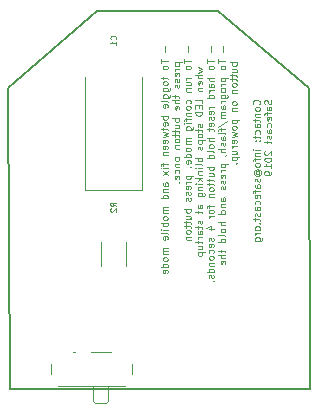
<source format=gbo>
%TF.GenerationSoftware,KiCad,Pcbnew,(5.1.0-511-gbeef7c9f2)*%
%TF.CreationDate,2019-05-09T19:05:29+09:00*%
%TF.ProjectId,xbee,78626565-2e6b-4696-9361-645f70636258,rev?*%
%TF.SameCoordinates,Original*%
%TF.FileFunction,Legend,Bot*%
%TF.FilePolarity,Positive*%
%FSLAX46Y46*%
G04 Gerber Fmt 4.6, Leading zero omitted, Abs format (unit mm)*
G04 Created by KiCad (PCBNEW (5.1.0-511-gbeef7c9f2)) date 2019-05-09 19:05:29*
%MOMM*%
%LPD*%
G04 APERTURE LIST*
%ADD10C,0.075000*%
%ADD11C,0.150000*%
%ADD12C,0.120000*%
%ADD13C,0.070000*%
G04 APERTURE END LIST*
D10*
X149005357Y-93241607D02*
X149005357Y-93698750D01*
X148633928Y-94355892D02*
X148633928Y-94698750D01*
X149233928Y-94527321D02*
X148633928Y-94527321D01*
X149233928Y-94984464D02*
X149205357Y-94927321D01*
X149176785Y-94898750D01*
X149119642Y-94870178D01*
X148948214Y-94870178D01*
X148891071Y-94898750D01*
X148862500Y-94927321D01*
X148833928Y-94984464D01*
X148833928Y-95070178D01*
X148862500Y-95127321D01*
X148891071Y-95155892D01*
X148948214Y-95184464D01*
X149119642Y-95184464D01*
X149176785Y-95155892D01*
X149205357Y-95127321D01*
X149233928Y-95070178D01*
X149233928Y-94984464D01*
X148833928Y-95813035D02*
X148833928Y-96041607D01*
X148633928Y-95898750D02*
X149148214Y-95898750D01*
X149205357Y-95927321D01*
X149233928Y-95984464D01*
X149233928Y-96041607D01*
X149233928Y-96327321D02*
X149205357Y-96270178D01*
X149176785Y-96241607D01*
X149119642Y-96213035D01*
X148948214Y-96213035D01*
X148891071Y-96241607D01*
X148862500Y-96270178D01*
X148833928Y-96327321D01*
X148833928Y-96413035D01*
X148862500Y-96470178D01*
X148891071Y-96498750D01*
X148948214Y-96527321D01*
X149119642Y-96527321D01*
X149176785Y-96498750D01*
X149205357Y-96470178D01*
X149233928Y-96413035D01*
X149233928Y-96327321D01*
X148833928Y-97041607D02*
X149319642Y-97041607D01*
X149376785Y-97013035D01*
X149405357Y-96984464D01*
X149433928Y-96927321D01*
X149433928Y-96841607D01*
X149405357Y-96784464D01*
X149205357Y-97041607D02*
X149233928Y-96984464D01*
X149233928Y-96870178D01*
X149205357Y-96813035D01*
X149176785Y-96784464D01*
X149119642Y-96755892D01*
X148948214Y-96755892D01*
X148891071Y-96784464D01*
X148862500Y-96813035D01*
X148833928Y-96870178D01*
X148833928Y-96984464D01*
X148862500Y-97041607D01*
X148833928Y-97584464D02*
X149319642Y-97584464D01*
X149376785Y-97555892D01*
X149405357Y-97527321D01*
X149433928Y-97470178D01*
X149433928Y-97384464D01*
X149405357Y-97327321D01*
X149205357Y-97584464D02*
X149233928Y-97527321D01*
X149233928Y-97413035D01*
X149205357Y-97355892D01*
X149176785Y-97327321D01*
X149119642Y-97298750D01*
X148948214Y-97298750D01*
X148891071Y-97327321D01*
X148862500Y-97355892D01*
X148833928Y-97413035D01*
X148833928Y-97527321D01*
X148862500Y-97584464D01*
X149233928Y-97955892D02*
X149205357Y-97898750D01*
X149148214Y-97870178D01*
X148633928Y-97870178D01*
X149205357Y-98413035D02*
X149233928Y-98355892D01*
X149233928Y-98241607D01*
X149205357Y-98184464D01*
X149148214Y-98155892D01*
X148919642Y-98155892D01*
X148862500Y-98184464D01*
X148833928Y-98241607D01*
X148833928Y-98355892D01*
X148862500Y-98413035D01*
X148919642Y-98441607D01*
X148976785Y-98441607D01*
X149033928Y-98155892D01*
X149233928Y-99155892D02*
X148633928Y-99155892D01*
X148862500Y-99155892D02*
X148833928Y-99213035D01*
X148833928Y-99327321D01*
X148862500Y-99384464D01*
X148891071Y-99413035D01*
X148948214Y-99441607D01*
X149119642Y-99441607D01*
X149176785Y-99413035D01*
X149205357Y-99384464D01*
X149233928Y-99327321D01*
X149233928Y-99213035D01*
X149205357Y-99155892D01*
X149205357Y-99927321D02*
X149233928Y-99870178D01*
X149233928Y-99755892D01*
X149205357Y-99698750D01*
X149148214Y-99670178D01*
X148919642Y-99670178D01*
X148862500Y-99698750D01*
X148833928Y-99755892D01*
X148833928Y-99870178D01*
X148862500Y-99927321D01*
X148919642Y-99955892D01*
X148976785Y-99955892D01*
X149033928Y-99670178D01*
X148833928Y-100127321D02*
X148833928Y-100355892D01*
X148633928Y-100213035D02*
X149148214Y-100213035D01*
X149205357Y-100241607D01*
X149233928Y-100298750D01*
X149233928Y-100355892D01*
X148833928Y-100498750D02*
X149233928Y-100613035D01*
X148948214Y-100727321D01*
X149233928Y-100841607D01*
X148833928Y-100955892D01*
X149205357Y-101413035D02*
X149233928Y-101355892D01*
X149233928Y-101241607D01*
X149205357Y-101184464D01*
X149148214Y-101155892D01*
X148919642Y-101155892D01*
X148862500Y-101184464D01*
X148833928Y-101241607D01*
X148833928Y-101355892D01*
X148862500Y-101413035D01*
X148919642Y-101441607D01*
X148976785Y-101441607D01*
X149033928Y-101155892D01*
X149205357Y-101927321D02*
X149233928Y-101870178D01*
X149233928Y-101755892D01*
X149205357Y-101698750D01*
X149148214Y-101670178D01*
X148919642Y-101670178D01*
X148862500Y-101698750D01*
X148833928Y-101755892D01*
X148833928Y-101870178D01*
X148862500Y-101927321D01*
X148919642Y-101955892D01*
X148976785Y-101955892D01*
X149033928Y-101670178D01*
X148833928Y-102213035D02*
X149233928Y-102213035D01*
X148891071Y-102213035D02*
X148862500Y-102241607D01*
X148833928Y-102298750D01*
X148833928Y-102384464D01*
X148862500Y-102441607D01*
X148919642Y-102470178D01*
X149233928Y-102470178D01*
X148833928Y-103127321D02*
X148833928Y-103355892D01*
X149233928Y-103213035D02*
X148719642Y-103213035D01*
X148662500Y-103241607D01*
X148633928Y-103298750D01*
X148633928Y-103355892D01*
X149233928Y-103555892D02*
X148833928Y-103555892D01*
X148633928Y-103555892D02*
X148662500Y-103527321D01*
X148691071Y-103555892D01*
X148662500Y-103584464D01*
X148633928Y-103555892D01*
X148691071Y-103555892D01*
X149233928Y-103784464D02*
X148833928Y-104098750D01*
X148833928Y-103784464D02*
X149233928Y-104098750D01*
X149233928Y-105041607D02*
X148919642Y-105041607D01*
X148862500Y-105013035D01*
X148833928Y-104955892D01*
X148833928Y-104841607D01*
X148862500Y-104784464D01*
X149205357Y-105041607D02*
X149233928Y-104984464D01*
X149233928Y-104841607D01*
X149205357Y-104784464D01*
X149148214Y-104755892D01*
X149091071Y-104755892D01*
X149033928Y-104784464D01*
X149005357Y-104841607D01*
X149005357Y-104984464D01*
X148976785Y-105041607D01*
X148833928Y-105327321D02*
X149233928Y-105327321D01*
X148891071Y-105327321D02*
X148862500Y-105355892D01*
X148833928Y-105413035D01*
X148833928Y-105498750D01*
X148862500Y-105555892D01*
X148919642Y-105584464D01*
X149233928Y-105584464D01*
X149233928Y-106127321D02*
X148633928Y-106127321D01*
X149205357Y-106127321D02*
X149233928Y-106070178D01*
X149233928Y-105955892D01*
X149205357Y-105898750D01*
X149176785Y-105870178D01*
X149119642Y-105841607D01*
X148948214Y-105841607D01*
X148891071Y-105870178D01*
X148862500Y-105898750D01*
X148833928Y-105955892D01*
X148833928Y-106070178D01*
X148862500Y-106127321D01*
X149233928Y-106870178D02*
X148833928Y-106870178D01*
X148891071Y-106870178D02*
X148862500Y-106898750D01*
X148833928Y-106955892D01*
X148833928Y-107041607D01*
X148862500Y-107098750D01*
X148919642Y-107127321D01*
X149233928Y-107127321D01*
X148919642Y-107127321D02*
X148862500Y-107155892D01*
X148833928Y-107213035D01*
X148833928Y-107298750D01*
X148862500Y-107355892D01*
X148919642Y-107384464D01*
X149233928Y-107384464D01*
X149233928Y-107755892D02*
X149205357Y-107698750D01*
X149176785Y-107670178D01*
X149119642Y-107641607D01*
X148948214Y-107641607D01*
X148891071Y-107670178D01*
X148862500Y-107698750D01*
X148833928Y-107755892D01*
X148833928Y-107841607D01*
X148862500Y-107898750D01*
X148891071Y-107927321D01*
X148948214Y-107955892D01*
X149119642Y-107955892D01*
X149176785Y-107927321D01*
X149205357Y-107898750D01*
X149233928Y-107841607D01*
X149233928Y-107755892D01*
X149233928Y-108213035D02*
X148633928Y-108213035D01*
X148862500Y-108213035D02*
X148833928Y-108270178D01*
X148833928Y-108384464D01*
X148862500Y-108441607D01*
X148891071Y-108470178D01*
X148948214Y-108498750D01*
X149119642Y-108498750D01*
X149176785Y-108470178D01*
X149205357Y-108441607D01*
X149233928Y-108384464D01*
X149233928Y-108270178D01*
X149205357Y-108213035D01*
X149233928Y-108755892D02*
X148833928Y-108755892D01*
X148633928Y-108755892D02*
X148662500Y-108727321D01*
X148691071Y-108755892D01*
X148662500Y-108784464D01*
X148633928Y-108755892D01*
X148691071Y-108755892D01*
X149233928Y-109127321D02*
X149205357Y-109070178D01*
X149148214Y-109041607D01*
X148633928Y-109041607D01*
X149205357Y-109584464D02*
X149233928Y-109527321D01*
X149233928Y-109413035D01*
X149205357Y-109355892D01*
X149148214Y-109327321D01*
X148919642Y-109327321D01*
X148862500Y-109355892D01*
X148833928Y-109413035D01*
X148833928Y-109527321D01*
X148862500Y-109584464D01*
X148919642Y-109613035D01*
X148976785Y-109613035D01*
X149033928Y-109327321D01*
X149233928Y-110327321D02*
X148833928Y-110327321D01*
X148891071Y-110327321D02*
X148862500Y-110355892D01*
X148833928Y-110413035D01*
X148833928Y-110498750D01*
X148862500Y-110555892D01*
X148919642Y-110584464D01*
X149233928Y-110584464D01*
X148919642Y-110584464D02*
X148862500Y-110613035D01*
X148833928Y-110670178D01*
X148833928Y-110755892D01*
X148862500Y-110813035D01*
X148919642Y-110841607D01*
X149233928Y-110841607D01*
X149233928Y-111213035D02*
X149205357Y-111155892D01*
X149176785Y-111127321D01*
X149119642Y-111098750D01*
X148948214Y-111098750D01*
X148891071Y-111127321D01*
X148862500Y-111155892D01*
X148833928Y-111213035D01*
X148833928Y-111298750D01*
X148862500Y-111355892D01*
X148891071Y-111384464D01*
X148948214Y-111413035D01*
X149119642Y-111413035D01*
X149176785Y-111384464D01*
X149205357Y-111355892D01*
X149233928Y-111298750D01*
X149233928Y-111213035D01*
X149233928Y-111927321D02*
X148633928Y-111927321D01*
X149205357Y-111927321D02*
X149233928Y-111870178D01*
X149233928Y-111755892D01*
X149205357Y-111698750D01*
X149176785Y-111670178D01*
X149119642Y-111641607D01*
X148948214Y-111641607D01*
X148891071Y-111670178D01*
X148862500Y-111698750D01*
X148833928Y-111755892D01*
X148833928Y-111870178D01*
X148862500Y-111927321D01*
X149205357Y-112441607D02*
X149233928Y-112384464D01*
X149233928Y-112270178D01*
X149205357Y-112213035D01*
X149148214Y-112184464D01*
X148919642Y-112184464D01*
X148862500Y-112213035D01*
X148833928Y-112270178D01*
X148833928Y-112384464D01*
X148862500Y-112441607D01*
X148919642Y-112470178D01*
X148976785Y-112470178D01*
X149033928Y-112184464D01*
X149808928Y-94613035D02*
X150408928Y-94613035D01*
X149837500Y-94613035D02*
X149808928Y-94670178D01*
X149808928Y-94784464D01*
X149837500Y-94841607D01*
X149866071Y-94870178D01*
X149923214Y-94898750D01*
X150094642Y-94898750D01*
X150151785Y-94870178D01*
X150180357Y-94841607D01*
X150208928Y-94784464D01*
X150208928Y-94670178D01*
X150180357Y-94613035D01*
X150208928Y-95155892D02*
X149808928Y-95155892D01*
X149923214Y-95155892D02*
X149866071Y-95184464D01*
X149837500Y-95213035D01*
X149808928Y-95270178D01*
X149808928Y-95327321D01*
X150180357Y-95755892D02*
X150208928Y-95698750D01*
X150208928Y-95584464D01*
X150180357Y-95527321D01*
X150123214Y-95498750D01*
X149894642Y-95498750D01*
X149837500Y-95527321D01*
X149808928Y-95584464D01*
X149808928Y-95698750D01*
X149837500Y-95755892D01*
X149894642Y-95784464D01*
X149951785Y-95784464D01*
X150008928Y-95498750D01*
X150180357Y-96013035D02*
X150208928Y-96070178D01*
X150208928Y-96184464D01*
X150180357Y-96241607D01*
X150123214Y-96270178D01*
X150094642Y-96270178D01*
X150037500Y-96241607D01*
X150008928Y-96184464D01*
X150008928Y-96098750D01*
X149980357Y-96041607D01*
X149923214Y-96013035D01*
X149894642Y-96013035D01*
X149837500Y-96041607D01*
X149808928Y-96098750D01*
X149808928Y-96184464D01*
X149837500Y-96241607D01*
X150180357Y-96498750D02*
X150208928Y-96555892D01*
X150208928Y-96670178D01*
X150180357Y-96727321D01*
X150123214Y-96755892D01*
X150094642Y-96755892D01*
X150037500Y-96727321D01*
X150008928Y-96670178D01*
X150008928Y-96584464D01*
X149980357Y-96527321D01*
X149923214Y-96498750D01*
X149894642Y-96498750D01*
X149837500Y-96527321D01*
X149808928Y-96584464D01*
X149808928Y-96670178D01*
X149837500Y-96727321D01*
X149808928Y-97384464D02*
X149808928Y-97613035D01*
X149608928Y-97470178D02*
X150123214Y-97470178D01*
X150180357Y-97498750D01*
X150208928Y-97555892D01*
X150208928Y-97613035D01*
X150208928Y-97813035D02*
X149608928Y-97813035D01*
X150208928Y-98070178D02*
X149894642Y-98070178D01*
X149837500Y-98041607D01*
X149808928Y-97984464D01*
X149808928Y-97898750D01*
X149837500Y-97841607D01*
X149866071Y-97813035D01*
X150180357Y-98584464D02*
X150208928Y-98527321D01*
X150208928Y-98413035D01*
X150180357Y-98355892D01*
X150123214Y-98327321D01*
X149894642Y-98327321D01*
X149837500Y-98355892D01*
X149808928Y-98413035D01*
X149808928Y-98527321D01*
X149837500Y-98584464D01*
X149894642Y-98613035D01*
X149951785Y-98613035D01*
X150008928Y-98327321D01*
X150208928Y-99327321D02*
X149608928Y-99327321D01*
X149837500Y-99327321D02*
X149808928Y-99384464D01*
X149808928Y-99498750D01*
X149837500Y-99555892D01*
X149866071Y-99584464D01*
X149923214Y-99613035D01*
X150094642Y-99613035D01*
X150151785Y-99584464D01*
X150180357Y-99555892D01*
X150208928Y-99498750D01*
X150208928Y-99384464D01*
X150180357Y-99327321D01*
X149808928Y-100127321D02*
X150208928Y-100127321D01*
X149808928Y-99870178D02*
X150123214Y-99870178D01*
X150180357Y-99898750D01*
X150208928Y-99955892D01*
X150208928Y-100041607D01*
X150180357Y-100098750D01*
X150151785Y-100127321D01*
X149808928Y-100327321D02*
X149808928Y-100555892D01*
X149608928Y-100413035D02*
X150123214Y-100413035D01*
X150180357Y-100441607D01*
X150208928Y-100498750D01*
X150208928Y-100555892D01*
X149808928Y-100670178D02*
X149808928Y-100898750D01*
X149608928Y-100755892D02*
X150123214Y-100755892D01*
X150180357Y-100784464D01*
X150208928Y-100841607D01*
X150208928Y-100898750D01*
X150208928Y-101184464D02*
X150180357Y-101127321D01*
X150151785Y-101098750D01*
X150094642Y-101070178D01*
X149923214Y-101070178D01*
X149866071Y-101098750D01*
X149837500Y-101127321D01*
X149808928Y-101184464D01*
X149808928Y-101270178D01*
X149837500Y-101327321D01*
X149866071Y-101355892D01*
X149923214Y-101384464D01*
X150094642Y-101384464D01*
X150151785Y-101355892D01*
X150180357Y-101327321D01*
X150208928Y-101270178D01*
X150208928Y-101184464D01*
X149808928Y-101641607D02*
X150208928Y-101641607D01*
X149866071Y-101641607D02*
X149837500Y-101670178D01*
X149808928Y-101727321D01*
X149808928Y-101813035D01*
X149837500Y-101870178D01*
X149894642Y-101898750D01*
X150208928Y-101898750D01*
X150208928Y-102727321D02*
X150180357Y-102670178D01*
X150151785Y-102641607D01*
X150094642Y-102613035D01*
X149923214Y-102613035D01*
X149866071Y-102641607D01*
X149837500Y-102670178D01*
X149808928Y-102727321D01*
X149808928Y-102813035D01*
X149837500Y-102870178D01*
X149866071Y-102898750D01*
X149923214Y-102927321D01*
X150094642Y-102927321D01*
X150151785Y-102898750D01*
X150180357Y-102870178D01*
X150208928Y-102813035D01*
X150208928Y-102727321D01*
X149808928Y-103184464D02*
X150208928Y-103184464D01*
X149866071Y-103184464D02*
X149837500Y-103213035D01*
X149808928Y-103270178D01*
X149808928Y-103355892D01*
X149837500Y-103413035D01*
X149894642Y-103441607D01*
X150208928Y-103441607D01*
X150180357Y-103984464D02*
X150208928Y-103927321D01*
X150208928Y-103813035D01*
X150180357Y-103755892D01*
X150151785Y-103727321D01*
X150094642Y-103698750D01*
X149923214Y-103698750D01*
X149866071Y-103727321D01*
X149837500Y-103755892D01*
X149808928Y-103813035D01*
X149808928Y-103927321D01*
X149837500Y-103984464D01*
X150180357Y-104470178D02*
X150208928Y-104413035D01*
X150208928Y-104298750D01*
X150180357Y-104241607D01*
X150123214Y-104213035D01*
X149894642Y-104213035D01*
X149837500Y-104241607D01*
X149808928Y-104298750D01*
X149808928Y-104413035D01*
X149837500Y-104470178D01*
X149894642Y-104498750D01*
X149951785Y-104498750D01*
X150008928Y-104213035D01*
X150151785Y-104755892D02*
X150180357Y-104784464D01*
X150208928Y-104755892D01*
X150180357Y-104727321D01*
X150151785Y-104755892D01*
X150208928Y-104755892D01*
X150955357Y-93241607D02*
X150955357Y-93698750D01*
X150583928Y-94355892D02*
X150583928Y-94698750D01*
X151183928Y-94527321D02*
X150583928Y-94527321D01*
X151183928Y-94984464D02*
X151155357Y-94927321D01*
X151126785Y-94898750D01*
X151069642Y-94870178D01*
X150898214Y-94870178D01*
X150841071Y-94898750D01*
X150812500Y-94927321D01*
X150783928Y-94984464D01*
X150783928Y-95070178D01*
X150812500Y-95127321D01*
X150841071Y-95155892D01*
X150898214Y-95184464D01*
X151069642Y-95184464D01*
X151126785Y-95155892D01*
X151155357Y-95127321D01*
X151183928Y-95070178D01*
X151183928Y-94984464D01*
X151183928Y-95898750D02*
X150783928Y-95898750D01*
X150898214Y-95898750D02*
X150841071Y-95927321D01*
X150812500Y-95955892D01*
X150783928Y-96013035D01*
X150783928Y-96070178D01*
X150783928Y-96527321D02*
X151183928Y-96527321D01*
X150783928Y-96270178D02*
X151098214Y-96270178D01*
X151155357Y-96298750D01*
X151183928Y-96355892D01*
X151183928Y-96441607D01*
X151155357Y-96498750D01*
X151126785Y-96527321D01*
X150783928Y-96813035D02*
X151183928Y-96813035D01*
X150841071Y-96813035D02*
X150812500Y-96841607D01*
X150783928Y-96898750D01*
X150783928Y-96984464D01*
X150812500Y-97041607D01*
X150869642Y-97070178D01*
X151183928Y-97070178D01*
X151155357Y-98070178D02*
X151183928Y-98013035D01*
X151183928Y-97898750D01*
X151155357Y-97841607D01*
X151126785Y-97813035D01*
X151069642Y-97784464D01*
X150898214Y-97784464D01*
X150841071Y-97813035D01*
X150812500Y-97841607D01*
X150783928Y-97898750D01*
X150783928Y-98013035D01*
X150812500Y-98070178D01*
X151183928Y-98413035D02*
X151155357Y-98355892D01*
X151126785Y-98327321D01*
X151069642Y-98298750D01*
X150898214Y-98298750D01*
X150841071Y-98327321D01*
X150812500Y-98355892D01*
X150783928Y-98413035D01*
X150783928Y-98498750D01*
X150812500Y-98555892D01*
X150841071Y-98584464D01*
X150898214Y-98613035D01*
X151069642Y-98613035D01*
X151126785Y-98584464D01*
X151155357Y-98555892D01*
X151183928Y-98498750D01*
X151183928Y-98413035D01*
X150783928Y-98870178D02*
X151183928Y-98870178D01*
X150841071Y-98870178D02*
X150812500Y-98898750D01*
X150783928Y-98955892D01*
X150783928Y-99041607D01*
X150812500Y-99098750D01*
X150869642Y-99127321D01*
X151183928Y-99127321D01*
X150783928Y-99327321D02*
X150783928Y-99555892D01*
X151183928Y-99413035D02*
X150669642Y-99413035D01*
X150612500Y-99441607D01*
X150583928Y-99498750D01*
X150583928Y-99555892D01*
X151183928Y-99755892D02*
X150783928Y-99755892D01*
X150583928Y-99755892D02*
X150612500Y-99727321D01*
X150641071Y-99755892D01*
X150612500Y-99784464D01*
X150583928Y-99755892D01*
X150641071Y-99755892D01*
X150783928Y-100298750D02*
X151269642Y-100298750D01*
X151326785Y-100270178D01*
X151355357Y-100241607D01*
X151383928Y-100184464D01*
X151383928Y-100098750D01*
X151355357Y-100041607D01*
X151155357Y-100298750D02*
X151183928Y-100241607D01*
X151183928Y-100127321D01*
X151155357Y-100070178D01*
X151126785Y-100041607D01*
X151069642Y-100013035D01*
X150898214Y-100013035D01*
X150841071Y-100041607D01*
X150812500Y-100070178D01*
X150783928Y-100127321D01*
X150783928Y-100241607D01*
X150812500Y-100298750D01*
X151183928Y-101041607D02*
X150783928Y-101041607D01*
X150841071Y-101041607D02*
X150812500Y-101070178D01*
X150783928Y-101127321D01*
X150783928Y-101213035D01*
X150812500Y-101270178D01*
X150869642Y-101298750D01*
X151183928Y-101298750D01*
X150869642Y-101298750D02*
X150812500Y-101327321D01*
X150783928Y-101384464D01*
X150783928Y-101470178D01*
X150812500Y-101527321D01*
X150869642Y-101555892D01*
X151183928Y-101555892D01*
X151183928Y-101927321D02*
X151155357Y-101870178D01*
X151126785Y-101841607D01*
X151069642Y-101813035D01*
X150898214Y-101813035D01*
X150841071Y-101841607D01*
X150812500Y-101870178D01*
X150783928Y-101927321D01*
X150783928Y-102013035D01*
X150812500Y-102070178D01*
X150841071Y-102098750D01*
X150898214Y-102127321D01*
X151069642Y-102127321D01*
X151126785Y-102098750D01*
X151155357Y-102070178D01*
X151183928Y-102013035D01*
X151183928Y-101927321D01*
X151183928Y-102641607D02*
X150583928Y-102641607D01*
X151155357Y-102641607D02*
X151183928Y-102584464D01*
X151183928Y-102470178D01*
X151155357Y-102413035D01*
X151126785Y-102384464D01*
X151069642Y-102355892D01*
X150898214Y-102355892D01*
X150841071Y-102384464D01*
X150812500Y-102413035D01*
X150783928Y-102470178D01*
X150783928Y-102584464D01*
X150812500Y-102641607D01*
X151155357Y-103155892D02*
X151183928Y-103098750D01*
X151183928Y-102984464D01*
X151155357Y-102927321D01*
X151098214Y-102898750D01*
X150869642Y-102898750D01*
X150812500Y-102927321D01*
X150783928Y-102984464D01*
X150783928Y-103098750D01*
X150812500Y-103155892D01*
X150869642Y-103184464D01*
X150926785Y-103184464D01*
X150983928Y-102898750D01*
X151155357Y-103470178D02*
X151183928Y-103470178D01*
X151241071Y-103441607D01*
X151269642Y-103413035D01*
X150783928Y-104184464D02*
X151383928Y-104184464D01*
X150812500Y-104184464D02*
X150783928Y-104241607D01*
X150783928Y-104355892D01*
X150812500Y-104413035D01*
X150841071Y-104441607D01*
X150898214Y-104470178D01*
X151069642Y-104470178D01*
X151126785Y-104441607D01*
X151155357Y-104413035D01*
X151183928Y-104355892D01*
X151183928Y-104241607D01*
X151155357Y-104184464D01*
X151183928Y-104727321D02*
X150783928Y-104727321D01*
X150898214Y-104727321D02*
X150841071Y-104755892D01*
X150812500Y-104784464D01*
X150783928Y-104841607D01*
X150783928Y-104898750D01*
X151155357Y-105327321D02*
X151183928Y-105270178D01*
X151183928Y-105155892D01*
X151155357Y-105098750D01*
X151098214Y-105070178D01*
X150869642Y-105070178D01*
X150812500Y-105098750D01*
X150783928Y-105155892D01*
X150783928Y-105270178D01*
X150812500Y-105327321D01*
X150869642Y-105355892D01*
X150926785Y-105355892D01*
X150983928Y-105070178D01*
X151155357Y-105584464D02*
X151183928Y-105641607D01*
X151183928Y-105755892D01*
X151155357Y-105813035D01*
X151098214Y-105841607D01*
X151069642Y-105841607D01*
X151012500Y-105813035D01*
X150983928Y-105755892D01*
X150983928Y-105670178D01*
X150955357Y-105613035D01*
X150898214Y-105584464D01*
X150869642Y-105584464D01*
X150812500Y-105613035D01*
X150783928Y-105670178D01*
X150783928Y-105755892D01*
X150812500Y-105813035D01*
X151155357Y-106070178D02*
X151183928Y-106127321D01*
X151183928Y-106241607D01*
X151155357Y-106298750D01*
X151098214Y-106327321D01*
X151069642Y-106327321D01*
X151012500Y-106298750D01*
X150983928Y-106241607D01*
X150983928Y-106155892D01*
X150955357Y-106098750D01*
X150898214Y-106070178D01*
X150869642Y-106070178D01*
X150812500Y-106098750D01*
X150783928Y-106155892D01*
X150783928Y-106241607D01*
X150812500Y-106298750D01*
X151183928Y-107041607D02*
X150583928Y-107041607D01*
X150812500Y-107041607D02*
X150783928Y-107098750D01*
X150783928Y-107213035D01*
X150812500Y-107270178D01*
X150841071Y-107298750D01*
X150898214Y-107327321D01*
X151069642Y-107327321D01*
X151126785Y-107298750D01*
X151155357Y-107270178D01*
X151183928Y-107213035D01*
X151183928Y-107098750D01*
X151155357Y-107041607D01*
X150783928Y-107841607D02*
X151183928Y-107841607D01*
X150783928Y-107584464D02*
X151098214Y-107584464D01*
X151155357Y-107613035D01*
X151183928Y-107670178D01*
X151183928Y-107755892D01*
X151155357Y-107813035D01*
X151126785Y-107841607D01*
X150783928Y-108041607D02*
X150783928Y-108270178D01*
X150583928Y-108127321D02*
X151098214Y-108127321D01*
X151155357Y-108155892D01*
X151183928Y-108213035D01*
X151183928Y-108270178D01*
X150783928Y-108384464D02*
X150783928Y-108613035D01*
X150583928Y-108470178D02*
X151098214Y-108470178D01*
X151155357Y-108498750D01*
X151183928Y-108555892D01*
X151183928Y-108613035D01*
X151183928Y-108898750D02*
X151155357Y-108841607D01*
X151126785Y-108813035D01*
X151069642Y-108784464D01*
X150898214Y-108784464D01*
X150841071Y-108813035D01*
X150812500Y-108841607D01*
X150783928Y-108898750D01*
X150783928Y-108984464D01*
X150812500Y-109041607D01*
X150841071Y-109070178D01*
X150898214Y-109098750D01*
X151069642Y-109098750D01*
X151126785Y-109070178D01*
X151155357Y-109041607D01*
X151183928Y-108984464D01*
X151183928Y-108898750D01*
X150783928Y-109355892D02*
X151183928Y-109355892D01*
X150841071Y-109355892D02*
X150812500Y-109384464D01*
X150783928Y-109441607D01*
X150783928Y-109527321D01*
X150812500Y-109584464D01*
X150869642Y-109613035D01*
X151183928Y-109613035D01*
X151758928Y-95013035D02*
X152158928Y-95127321D01*
X151873214Y-95241607D01*
X152158928Y-95355892D01*
X151758928Y-95470178D01*
X152158928Y-95698750D02*
X151558928Y-95698750D01*
X152158928Y-95955892D02*
X151844642Y-95955892D01*
X151787500Y-95927321D01*
X151758928Y-95870178D01*
X151758928Y-95784464D01*
X151787500Y-95727321D01*
X151816071Y-95698750D01*
X152130357Y-96470178D02*
X152158928Y-96413035D01*
X152158928Y-96298750D01*
X152130357Y-96241607D01*
X152073214Y-96213035D01*
X151844642Y-96213035D01*
X151787500Y-96241607D01*
X151758928Y-96298750D01*
X151758928Y-96413035D01*
X151787500Y-96470178D01*
X151844642Y-96498750D01*
X151901785Y-96498750D01*
X151958928Y-96213035D01*
X151758928Y-96755892D02*
X152158928Y-96755892D01*
X151816071Y-96755892D02*
X151787500Y-96784464D01*
X151758928Y-96841607D01*
X151758928Y-96927321D01*
X151787500Y-96984464D01*
X151844642Y-97013035D01*
X152158928Y-97013035D01*
X152158928Y-98041607D02*
X152158928Y-97755892D01*
X151558928Y-97755892D01*
X151844642Y-98241607D02*
X151844642Y-98441607D01*
X152158928Y-98527321D02*
X152158928Y-98241607D01*
X151558928Y-98241607D01*
X151558928Y-98527321D01*
X152158928Y-98784464D02*
X151558928Y-98784464D01*
X151558928Y-98927321D01*
X151587500Y-99013035D01*
X151644642Y-99070178D01*
X151701785Y-99098750D01*
X151816071Y-99127321D01*
X151901785Y-99127321D01*
X152016071Y-99098750D01*
X152073214Y-99070178D01*
X152130357Y-99013035D01*
X152158928Y-98927321D01*
X152158928Y-98784464D01*
X152130357Y-99813035D02*
X152158928Y-99870178D01*
X152158928Y-99984464D01*
X152130357Y-100041607D01*
X152073214Y-100070178D01*
X152044642Y-100070178D01*
X151987500Y-100041607D01*
X151958928Y-99984464D01*
X151958928Y-99898750D01*
X151930357Y-99841607D01*
X151873214Y-99813035D01*
X151844642Y-99813035D01*
X151787500Y-99841607D01*
X151758928Y-99898750D01*
X151758928Y-99984464D01*
X151787500Y-100041607D01*
X151758928Y-100241607D02*
X151758928Y-100470178D01*
X151558928Y-100327321D02*
X152073214Y-100327321D01*
X152130357Y-100355892D01*
X152158928Y-100413035D01*
X152158928Y-100470178D01*
X152158928Y-100755892D02*
X152130357Y-100698750D01*
X152101785Y-100670178D01*
X152044642Y-100641607D01*
X151873214Y-100641607D01*
X151816071Y-100670178D01*
X151787500Y-100698750D01*
X151758928Y-100755892D01*
X151758928Y-100841607D01*
X151787500Y-100898750D01*
X151816071Y-100927321D01*
X151873214Y-100955892D01*
X152044642Y-100955892D01*
X152101785Y-100927321D01*
X152130357Y-100898750D01*
X152158928Y-100841607D01*
X152158928Y-100755892D01*
X151758928Y-101213035D02*
X152358928Y-101213035D01*
X151787500Y-101213035D02*
X151758928Y-101270178D01*
X151758928Y-101384464D01*
X151787500Y-101441607D01*
X151816071Y-101470178D01*
X151873214Y-101498750D01*
X152044642Y-101498750D01*
X152101785Y-101470178D01*
X152130357Y-101441607D01*
X152158928Y-101384464D01*
X152158928Y-101270178D01*
X152130357Y-101213035D01*
X152130357Y-101727321D02*
X152158928Y-101784464D01*
X152158928Y-101898750D01*
X152130357Y-101955892D01*
X152073214Y-101984464D01*
X152044642Y-101984464D01*
X151987500Y-101955892D01*
X151958928Y-101898750D01*
X151958928Y-101813035D01*
X151930357Y-101755892D01*
X151873214Y-101727321D01*
X151844642Y-101727321D01*
X151787500Y-101755892D01*
X151758928Y-101813035D01*
X151758928Y-101898750D01*
X151787500Y-101955892D01*
X152158928Y-102698750D02*
X151558928Y-102698750D01*
X151787500Y-102698750D02*
X151758928Y-102755892D01*
X151758928Y-102870178D01*
X151787500Y-102927321D01*
X151816071Y-102955892D01*
X151873214Y-102984464D01*
X152044642Y-102984464D01*
X152101785Y-102955892D01*
X152130357Y-102927321D01*
X152158928Y-102870178D01*
X152158928Y-102755892D01*
X152130357Y-102698750D01*
X152158928Y-103327321D02*
X152130357Y-103270178D01*
X152073214Y-103241607D01*
X151558928Y-103241607D01*
X152158928Y-103555892D02*
X151758928Y-103555892D01*
X151558928Y-103555892D02*
X151587500Y-103527321D01*
X151616071Y-103555892D01*
X151587500Y-103584464D01*
X151558928Y-103555892D01*
X151616071Y-103555892D01*
X151758928Y-103841607D02*
X152158928Y-103841607D01*
X151816071Y-103841607D02*
X151787500Y-103870178D01*
X151758928Y-103927321D01*
X151758928Y-104013035D01*
X151787500Y-104070178D01*
X151844642Y-104098750D01*
X152158928Y-104098750D01*
X152158928Y-104384464D02*
X151558928Y-104384464D01*
X151930357Y-104441607D02*
X152158928Y-104613035D01*
X151758928Y-104613035D02*
X151987500Y-104384464D01*
X152158928Y-104870178D02*
X151758928Y-104870178D01*
X151558928Y-104870178D02*
X151587500Y-104841607D01*
X151616071Y-104870178D01*
X151587500Y-104898750D01*
X151558928Y-104870178D01*
X151616071Y-104870178D01*
X151758928Y-105155892D02*
X152158928Y-105155892D01*
X151816071Y-105155892D02*
X151787500Y-105184464D01*
X151758928Y-105241607D01*
X151758928Y-105327321D01*
X151787500Y-105384464D01*
X151844642Y-105413035D01*
X152158928Y-105413035D01*
X151758928Y-105955892D02*
X152244642Y-105955892D01*
X152301785Y-105927321D01*
X152330357Y-105898750D01*
X152358928Y-105841607D01*
X152358928Y-105755892D01*
X152330357Y-105698750D01*
X152130357Y-105955892D02*
X152158928Y-105898750D01*
X152158928Y-105784464D01*
X152130357Y-105727321D01*
X152101785Y-105698750D01*
X152044642Y-105670178D01*
X151873214Y-105670178D01*
X151816071Y-105698750D01*
X151787500Y-105727321D01*
X151758928Y-105784464D01*
X151758928Y-105898750D01*
X151787500Y-105955892D01*
X152158928Y-106955892D02*
X151844642Y-106955892D01*
X151787500Y-106927321D01*
X151758928Y-106870178D01*
X151758928Y-106755892D01*
X151787500Y-106698750D01*
X152130357Y-106955892D02*
X152158928Y-106898750D01*
X152158928Y-106755892D01*
X152130357Y-106698750D01*
X152073214Y-106670178D01*
X152016071Y-106670178D01*
X151958928Y-106698750D01*
X151930357Y-106755892D01*
X151930357Y-106898750D01*
X151901785Y-106955892D01*
X151758928Y-107155892D02*
X151758928Y-107384464D01*
X151558928Y-107241607D02*
X152073214Y-107241607D01*
X152130357Y-107270178D01*
X152158928Y-107327321D01*
X152158928Y-107384464D01*
X152130357Y-108013035D02*
X152158928Y-108070178D01*
X152158928Y-108184464D01*
X152130357Y-108241607D01*
X152073214Y-108270178D01*
X152044642Y-108270178D01*
X151987500Y-108241607D01*
X151958928Y-108184464D01*
X151958928Y-108098750D01*
X151930357Y-108041607D01*
X151873214Y-108013035D01*
X151844642Y-108013035D01*
X151787500Y-108041607D01*
X151758928Y-108098750D01*
X151758928Y-108184464D01*
X151787500Y-108241607D01*
X151758928Y-108441607D02*
X151758928Y-108670178D01*
X151558928Y-108527321D02*
X152073214Y-108527321D01*
X152130357Y-108555892D01*
X152158928Y-108613035D01*
X152158928Y-108670178D01*
X152158928Y-109127321D02*
X151844642Y-109127321D01*
X151787500Y-109098750D01*
X151758928Y-109041607D01*
X151758928Y-108927321D01*
X151787500Y-108870178D01*
X152130357Y-109127321D02*
X152158928Y-109070178D01*
X152158928Y-108927321D01*
X152130357Y-108870178D01*
X152073214Y-108841607D01*
X152016071Y-108841607D01*
X151958928Y-108870178D01*
X151930357Y-108927321D01*
X151930357Y-109070178D01*
X151901785Y-109127321D01*
X152158928Y-109413035D02*
X151758928Y-109413035D01*
X151873214Y-109413035D02*
X151816071Y-109441607D01*
X151787500Y-109470178D01*
X151758928Y-109527321D01*
X151758928Y-109584464D01*
X151758928Y-109698750D02*
X151758928Y-109927321D01*
X151558928Y-109784464D02*
X152073214Y-109784464D01*
X152130357Y-109813035D01*
X152158928Y-109870178D01*
X152158928Y-109927321D01*
X151758928Y-110384464D02*
X152158928Y-110384464D01*
X151758928Y-110127321D02*
X152073214Y-110127321D01*
X152130357Y-110155892D01*
X152158928Y-110213035D01*
X152158928Y-110298750D01*
X152130357Y-110355892D01*
X152101785Y-110384464D01*
X151758928Y-110670178D02*
X152358928Y-110670178D01*
X151787500Y-110670178D02*
X151758928Y-110727321D01*
X151758928Y-110841607D01*
X151787500Y-110898750D01*
X151816071Y-110927321D01*
X151873214Y-110955892D01*
X152044642Y-110955892D01*
X152101785Y-110927321D01*
X152130357Y-110898750D01*
X152158928Y-110841607D01*
X152158928Y-110727321D01*
X152130357Y-110670178D01*
X152905357Y-93241607D02*
X152905357Y-93698750D01*
X152533928Y-94355892D02*
X152533928Y-94698750D01*
X153133928Y-94527321D02*
X152533928Y-94527321D01*
X153133928Y-94984464D02*
X153105357Y-94927321D01*
X153076785Y-94898750D01*
X153019642Y-94870178D01*
X152848214Y-94870178D01*
X152791071Y-94898750D01*
X152762500Y-94927321D01*
X152733928Y-94984464D01*
X152733928Y-95070178D01*
X152762500Y-95127321D01*
X152791071Y-95155892D01*
X152848214Y-95184464D01*
X153019642Y-95184464D01*
X153076785Y-95155892D01*
X153105357Y-95127321D01*
X153133928Y-95070178D01*
X153133928Y-94984464D01*
X153133928Y-95898750D02*
X152533928Y-95898750D01*
X153133928Y-96155892D02*
X152819642Y-96155892D01*
X152762500Y-96127321D01*
X152733928Y-96070178D01*
X152733928Y-95984464D01*
X152762500Y-95927321D01*
X152791071Y-95898750D01*
X153133928Y-96698750D02*
X152819642Y-96698750D01*
X152762500Y-96670178D01*
X152733928Y-96613035D01*
X152733928Y-96498750D01*
X152762500Y-96441607D01*
X153105357Y-96698750D02*
X153133928Y-96641607D01*
X153133928Y-96498750D01*
X153105357Y-96441607D01*
X153048214Y-96413035D01*
X152991071Y-96413035D01*
X152933928Y-96441607D01*
X152905357Y-96498750D01*
X152905357Y-96641607D01*
X152876785Y-96698750D01*
X153133928Y-96984464D02*
X152733928Y-96984464D01*
X152848214Y-96984464D02*
X152791071Y-97013035D01*
X152762500Y-97041607D01*
X152733928Y-97098750D01*
X152733928Y-97155892D01*
X153133928Y-97613035D02*
X152533928Y-97613035D01*
X153105357Y-97613035D02*
X153133928Y-97555892D01*
X153133928Y-97441607D01*
X153105357Y-97384464D01*
X153076785Y-97355892D01*
X153019642Y-97327321D01*
X152848214Y-97327321D01*
X152791071Y-97355892D01*
X152762500Y-97384464D01*
X152733928Y-97441607D01*
X152733928Y-97555892D01*
X152762500Y-97613035D01*
X153133928Y-98355892D02*
X152733928Y-98355892D01*
X152848214Y-98355892D02*
X152791071Y-98384464D01*
X152762500Y-98413035D01*
X152733928Y-98470178D01*
X152733928Y-98527321D01*
X153105357Y-98955892D02*
X153133928Y-98898750D01*
X153133928Y-98784464D01*
X153105357Y-98727321D01*
X153048214Y-98698750D01*
X152819642Y-98698750D01*
X152762500Y-98727321D01*
X152733928Y-98784464D01*
X152733928Y-98898750D01*
X152762500Y-98955892D01*
X152819642Y-98984464D01*
X152876785Y-98984464D01*
X152933928Y-98698750D01*
X153105357Y-99213035D02*
X153133928Y-99270178D01*
X153133928Y-99384464D01*
X153105357Y-99441607D01*
X153048214Y-99470178D01*
X153019642Y-99470178D01*
X152962500Y-99441607D01*
X152933928Y-99384464D01*
X152933928Y-99298750D01*
X152905357Y-99241607D01*
X152848214Y-99213035D01*
X152819642Y-99213035D01*
X152762500Y-99241607D01*
X152733928Y-99298750D01*
X152733928Y-99384464D01*
X152762500Y-99441607D01*
X153105357Y-99955892D02*
X153133928Y-99898750D01*
X153133928Y-99784464D01*
X153105357Y-99727321D01*
X153048214Y-99698750D01*
X152819642Y-99698750D01*
X152762500Y-99727321D01*
X152733928Y-99784464D01*
X152733928Y-99898750D01*
X152762500Y-99955892D01*
X152819642Y-99984464D01*
X152876785Y-99984464D01*
X152933928Y-99698750D01*
X152733928Y-100155892D02*
X152733928Y-100384464D01*
X152533928Y-100241607D02*
X153048214Y-100241607D01*
X153105357Y-100270178D01*
X153133928Y-100327321D01*
X153133928Y-100384464D01*
X153133928Y-101041607D02*
X152533928Y-101041607D01*
X153133928Y-101298750D02*
X152819642Y-101298750D01*
X152762500Y-101270178D01*
X152733928Y-101213035D01*
X152733928Y-101127321D01*
X152762500Y-101070178D01*
X152791071Y-101041607D01*
X153133928Y-101670178D02*
X153105357Y-101613035D01*
X153076785Y-101584464D01*
X153019642Y-101555892D01*
X152848214Y-101555892D01*
X152791071Y-101584464D01*
X152762500Y-101613035D01*
X152733928Y-101670178D01*
X152733928Y-101755892D01*
X152762500Y-101813035D01*
X152791071Y-101841607D01*
X152848214Y-101870178D01*
X153019642Y-101870178D01*
X153076785Y-101841607D01*
X153105357Y-101813035D01*
X153133928Y-101755892D01*
X153133928Y-101670178D01*
X153133928Y-102213035D02*
X153105357Y-102155892D01*
X153048214Y-102127321D01*
X152533928Y-102127321D01*
X153133928Y-102698750D02*
X152533928Y-102698750D01*
X153105357Y-102698750D02*
X153133928Y-102641607D01*
X153133928Y-102527321D01*
X153105357Y-102470178D01*
X153076785Y-102441607D01*
X153019642Y-102413035D01*
X152848214Y-102413035D01*
X152791071Y-102441607D01*
X152762500Y-102470178D01*
X152733928Y-102527321D01*
X152733928Y-102641607D01*
X152762500Y-102698750D01*
X153133928Y-103441607D02*
X152533928Y-103441607D01*
X152762500Y-103441607D02*
X152733928Y-103498750D01*
X152733928Y-103613035D01*
X152762500Y-103670178D01*
X152791071Y-103698750D01*
X152848214Y-103727321D01*
X153019642Y-103727321D01*
X153076785Y-103698750D01*
X153105357Y-103670178D01*
X153133928Y-103613035D01*
X153133928Y-103498750D01*
X153105357Y-103441607D01*
X152733928Y-104241607D02*
X153133928Y-104241607D01*
X152733928Y-103984464D02*
X153048214Y-103984464D01*
X153105357Y-104013035D01*
X153133928Y-104070178D01*
X153133928Y-104155892D01*
X153105357Y-104213035D01*
X153076785Y-104241607D01*
X152733928Y-104441607D02*
X152733928Y-104670178D01*
X152533928Y-104527321D02*
X153048214Y-104527321D01*
X153105357Y-104555892D01*
X153133928Y-104613035D01*
X153133928Y-104670178D01*
X152733928Y-104784464D02*
X152733928Y-105013035D01*
X152533928Y-104870178D02*
X153048214Y-104870178D01*
X153105357Y-104898750D01*
X153133928Y-104955892D01*
X153133928Y-105013035D01*
X153133928Y-105298750D02*
X153105357Y-105241607D01*
X153076785Y-105213035D01*
X153019642Y-105184464D01*
X152848214Y-105184464D01*
X152791071Y-105213035D01*
X152762500Y-105241607D01*
X152733928Y-105298750D01*
X152733928Y-105384464D01*
X152762500Y-105441607D01*
X152791071Y-105470178D01*
X152848214Y-105498750D01*
X153019642Y-105498750D01*
X153076785Y-105470178D01*
X153105357Y-105441607D01*
X153133928Y-105384464D01*
X153133928Y-105298750D01*
X152733928Y-105755892D02*
X153133928Y-105755892D01*
X152791071Y-105755892D02*
X152762500Y-105784464D01*
X152733928Y-105841607D01*
X152733928Y-105927321D01*
X152762500Y-105984464D01*
X152819642Y-106013035D01*
X153133928Y-106013035D01*
X152733928Y-106670178D02*
X152733928Y-106898750D01*
X153133928Y-106755892D02*
X152619642Y-106755892D01*
X152562500Y-106784464D01*
X152533928Y-106841607D01*
X152533928Y-106898750D01*
X153133928Y-107184464D02*
X153105357Y-107127321D01*
X153076785Y-107098750D01*
X153019642Y-107070178D01*
X152848214Y-107070178D01*
X152791071Y-107098750D01*
X152762500Y-107127321D01*
X152733928Y-107184464D01*
X152733928Y-107270178D01*
X152762500Y-107327321D01*
X152791071Y-107355892D01*
X152848214Y-107384464D01*
X153019642Y-107384464D01*
X153076785Y-107355892D01*
X153105357Y-107327321D01*
X153133928Y-107270178D01*
X153133928Y-107184464D01*
X153133928Y-107641607D02*
X152733928Y-107641607D01*
X152848214Y-107641607D02*
X152791071Y-107670178D01*
X152762500Y-107698750D01*
X152733928Y-107755892D01*
X152733928Y-107813035D01*
X152733928Y-108727321D02*
X153133928Y-108727321D01*
X152505357Y-108584464D02*
X152933928Y-108441607D01*
X152933928Y-108813035D01*
X153105357Y-109470178D02*
X153133928Y-109527321D01*
X153133928Y-109641607D01*
X153105357Y-109698750D01*
X153048214Y-109727321D01*
X153019642Y-109727321D01*
X152962500Y-109698750D01*
X152933928Y-109641607D01*
X152933928Y-109555892D01*
X152905357Y-109498750D01*
X152848214Y-109470178D01*
X152819642Y-109470178D01*
X152762500Y-109498750D01*
X152733928Y-109555892D01*
X152733928Y-109641607D01*
X152762500Y-109698750D01*
X153105357Y-110213035D02*
X153133928Y-110155892D01*
X153133928Y-110041607D01*
X153105357Y-109984464D01*
X153048214Y-109955892D01*
X152819642Y-109955892D01*
X152762500Y-109984464D01*
X152733928Y-110041607D01*
X152733928Y-110155892D01*
X152762500Y-110213035D01*
X152819642Y-110241607D01*
X152876785Y-110241607D01*
X152933928Y-109955892D01*
X153105357Y-110755892D02*
X153133928Y-110698750D01*
X153133928Y-110584464D01*
X153105357Y-110527321D01*
X153076785Y-110498750D01*
X153019642Y-110470178D01*
X152848214Y-110470178D01*
X152791071Y-110498750D01*
X152762500Y-110527321D01*
X152733928Y-110584464D01*
X152733928Y-110698750D01*
X152762500Y-110755892D01*
X153133928Y-111098750D02*
X153105357Y-111041607D01*
X153076785Y-111013035D01*
X153019642Y-110984464D01*
X152848214Y-110984464D01*
X152791071Y-111013035D01*
X152762500Y-111041607D01*
X152733928Y-111098750D01*
X152733928Y-111184464D01*
X152762500Y-111241607D01*
X152791071Y-111270178D01*
X152848214Y-111298750D01*
X153019642Y-111298750D01*
X153076785Y-111270178D01*
X153105357Y-111241607D01*
X153133928Y-111184464D01*
X153133928Y-111098750D01*
X152733928Y-111555892D02*
X153133928Y-111555892D01*
X152791071Y-111555892D02*
X152762500Y-111584464D01*
X152733928Y-111641607D01*
X152733928Y-111727321D01*
X152762500Y-111784464D01*
X152819642Y-111813035D01*
X153133928Y-111813035D01*
X153133928Y-112355892D02*
X152533928Y-112355892D01*
X153105357Y-112355892D02*
X153133928Y-112298750D01*
X153133928Y-112184464D01*
X153105357Y-112127321D01*
X153076785Y-112098750D01*
X153019642Y-112070178D01*
X152848214Y-112070178D01*
X152791071Y-112098750D01*
X152762500Y-112127321D01*
X152733928Y-112184464D01*
X152733928Y-112298750D01*
X152762500Y-112355892D01*
X153105357Y-112613035D02*
X153133928Y-112670178D01*
X153133928Y-112784464D01*
X153105357Y-112841607D01*
X153048214Y-112870178D01*
X153019642Y-112870178D01*
X152962500Y-112841607D01*
X152933928Y-112784464D01*
X152933928Y-112698750D01*
X152905357Y-112641607D01*
X152848214Y-112613035D01*
X152819642Y-112613035D01*
X152762500Y-112641607D01*
X152733928Y-112698750D01*
X152733928Y-112784464D01*
X152762500Y-112841607D01*
X153076785Y-113127321D02*
X153105357Y-113155892D01*
X153133928Y-113127321D01*
X153105357Y-113098750D01*
X153076785Y-113127321D01*
X153133928Y-113127321D01*
X153880357Y-93241607D02*
X153880357Y-93698750D01*
X153508928Y-94355892D02*
X153508928Y-94698750D01*
X154108928Y-94527321D02*
X153508928Y-94527321D01*
X154108928Y-94984464D02*
X154080357Y-94927321D01*
X154051785Y-94898750D01*
X153994642Y-94870178D01*
X153823214Y-94870178D01*
X153766071Y-94898750D01*
X153737500Y-94927321D01*
X153708928Y-94984464D01*
X153708928Y-95070178D01*
X153737500Y-95127321D01*
X153766071Y-95155892D01*
X153823214Y-95184464D01*
X153994642Y-95184464D01*
X154051785Y-95155892D01*
X154080357Y-95127321D01*
X154108928Y-95070178D01*
X154108928Y-94984464D01*
X153708928Y-95898750D02*
X154308928Y-95898750D01*
X153737500Y-95898750D02*
X153708928Y-95955892D01*
X153708928Y-96070178D01*
X153737500Y-96127321D01*
X153766071Y-96155892D01*
X153823214Y-96184464D01*
X153994642Y-96184464D01*
X154051785Y-96155892D01*
X154080357Y-96127321D01*
X154108928Y-96070178D01*
X154108928Y-95955892D01*
X154080357Y-95898750D01*
X154108928Y-96441607D02*
X153708928Y-96441607D01*
X153823214Y-96441607D02*
X153766071Y-96470178D01*
X153737500Y-96498750D01*
X153708928Y-96555892D01*
X153708928Y-96613035D01*
X154108928Y-96898750D02*
X154080357Y-96841607D01*
X154051785Y-96813035D01*
X153994642Y-96784464D01*
X153823214Y-96784464D01*
X153766071Y-96813035D01*
X153737500Y-96841607D01*
X153708928Y-96898750D01*
X153708928Y-96984464D01*
X153737500Y-97041607D01*
X153766071Y-97070178D01*
X153823214Y-97098750D01*
X153994642Y-97098750D01*
X154051785Y-97070178D01*
X154080357Y-97041607D01*
X154108928Y-96984464D01*
X154108928Y-96898750D01*
X153708928Y-97613035D02*
X154194642Y-97613035D01*
X154251785Y-97584464D01*
X154280357Y-97555892D01*
X154308928Y-97498750D01*
X154308928Y-97413035D01*
X154280357Y-97355892D01*
X154080357Y-97613035D02*
X154108928Y-97555892D01*
X154108928Y-97441607D01*
X154080357Y-97384464D01*
X154051785Y-97355892D01*
X153994642Y-97327321D01*
X153823214Y-97327321D01*
X153766071Y-97355892D01*
X153737500Y-97384464D01*
X153708928Y-97441607D01*
X153708928Y-97555892D01*
X153737500Y-97613035D01*
X154108928Y-97898750D02*
X153708928Y-97898750D01*
X153823214Y-97898750D02*
X153766071Y-97927321D01*
X153737500Y-97955892D01*
X153708928Y-98013035D01*
X153708928Y-98070178D01*
X154108928Y-98527321D02*
X153794642Y-98527321D01*
X153737500Y-98498750D01*
X153708928Y-98441607D01*
X153708928Y-98327321D01*
X153737500Y-98270178D01*
X154080357Y-98527321D02*
X154108928Y-98470178D01*
X154108928Y-98327321D01*
X154080357Y-98270178D01*
X154023214Y-98241607D01*
X153966071Y-98241607D01*
X153908928Y-98270178D01*
X153880357Y-98327321D01*
X153880357Y-98470178D01*
X153851785Y-98527321D01*
X154108928Y-98813035D02*
X153708928Y-98813035D01*
X153766071Y-98813035D02*
X153737500Y-98841607D01*
X153708928Y-98898750D01*
X153708928Y-98984464D01*
X153737500Y-99041607D01*
X153794642Y-99070178D01*
X154108928Y-99070178D01*
X153794642Y-99070178D02*
X153737500Y-99098750D01*
X153708928Y-99155892D01*
X153708928Y-99241607D01*
X153737500Y-99298750D01*
X153794642Y-99327321D01*
X154108928Y-99327321D01*
X153480357Y-100041607D02*
X154251785Y-99527321D01*
X153708928Y-100155892D02*
X153708928Y-100384464D01*
X154108928Y-100241607D02*
X153594642Y-100241607D01*
X153537500Y-100270178D01*
X153508928Y-100327321D01*
X153508928Y-100384464D01*
X154108928Y-100670178D02*
X154080357Y-100613035D01*
X154023214Y-100584464D01*
X153508928Y-100584464D01*
X154108928Y-101155892D02*
X153794642Y-101155892D01*
X153737500Y-101127321D01*
X153708928Y-101070178D01*
X153708928Y-100955892D01*
X153737500Y-100898750D01*
X154080357Y-101155892D02*
X154108928Y-101098750D01*
X154108928Y-100955892D01*
X154080357Y-100898750D01*
X154023214Y-100870178D01*
X153966071Y-100870178D01*
X153908928Y-100898750D01*
X153880357Y-100955892D01*
X153880357Y-101098750D01*
X153851785Y-101155892D01*
X154080357Y-101413035D02*
X154108928Y-101470178D01*
X154108928Y-101584464D01*
X154080357Y-101641607D01*
X154023214Y-101670178D01*
X153994642Y-101670178D01*
X153937500Y-101641607D01*
X153908928Y-101584464D01*
X153908928Y-101498750D01*
X153880357Y-101441607D01*
X153823214Y-101413035D01*
X153794642Y-101413035D01*
X153737500Y-101441607D01*
X153708928Y-101498750D01*
X153708928Y-101584464D01*
X153737500Y-101641607D01*
X154108928Y-101927321D02*
X153508928Y-101927321D01*
X154108928Y-102184464D02*
X153794642Y-102184464D01*
X153737500Y-102155892D01*
X153708928Y-102098750D01*
X153708928Y-102013035D01*
X153737500Y-101955892D01*
X153766071Y-101927321D01*
X154080357Y-102498750D02*
X154108928Y-102498750D01*
X154166071Y-102470178D01*
X154194642Y-102441607D01*
X153708928Y-103213035D02*
X154308928Y-103213035D01*
X153737500Y-103213035D02*
X153708928Y-103270178D01*
X153708928Y-103384464D01*
X153737500Y-103441607D01*
X153766071Y-103470178D01*
X153823214Y-103498750D01*
X153994642Y-103498750D01*
X154051785Y-103470178D01*
X154080357Y-103441607D01*
X154108928Y-103384464D01*
X154108928Y-103270178D01*
X154080357Y-103213035D01*
X154108928Y-103755892D02*
X153708928Y-103755892D01*
X153823214Y-103755892D02*
X153766071Y-103784464D01*
X153737500Y-103813035D01*
X153708928Y-103870178D01*
X153708928Y-103927321D01*
X154080357Y-104355892D02*
X154108928Y-104298750D01*
X154108928Y-104184464D01*
X154080357Y-104127321D01*
X154023214Y-104098750D01*
X153794642Y-104098750D01*
X153737500Y-104127321D01*
X153708928Y-104184464D01*
X153708928Y-104298750D01*
X153737500Y-104355892D01*
X153794642Y-104384464D01*
X153851785Y-104384464D01*
X153908928Y-104098750D01*
X154080357Y-104613035D02*
X154108928Y-104670178D01*
X154108928Y-104784464D01*
X154080357Y-104841607D01*
X154023214Y-104870178D01*
X153994642Y-104870178D01*
X153937500Y-104841607D01*
X153908928Y-104784464D01*
X153908928Y-104698750D01*
X153880357Y-104641607D01*
X153823214Y-104613035D01*
X153794642Y-104613035D01*
X153737500Y-104641607D01*
X153708928Y-104698750D01*
X153708928Y-104784464D01*
X153737500Y-104841607D01*
X154080357Y-105098750D02*
X154108928Y-105155892D01*
X154108928Y-105270178D01*
X154080357Y-105327321D01*
X154023214Y-105355892D01*
X153994642Y-105355892D01*
X153937500Y-105327321D01*
X153908928Y-105270178D01*
X153908928Y-105184464D01*
X153880357Y-105127321D01*
X153823214Y-105098750D01*
X153794642Y-105098750D01*
X153737500Y-105127321D01*
X153708928Y-105184464D01*
X153708928Y-105270178D01*
X153737500Y-105327321D01*
X154108928Y-106327321D02*
X153794642Y-106327321D01*
X153737500Y-106298750D01*
X153708928Y-106241607D01*
X153708928Y-106127321D01*
X153737500Y-106070178D01*
X154080357Y-106327321D02*
X154108928Y-106270178D01*
X154108928Y-106127321D01*
X154080357Y-106070178D01*
X154023214Y-106041607D01*
X153966071Y-106041607D01*
X153908928Y-106070178D01*
X153880357Y-106127321D01*
X153880357Y-106270178D01*
X153851785Y-106327321D01*
X153708928Y-106613035D02*
X154108928Y-106613035D01*
X153766071Y-106613035D02*
X153737500Y-106641607D01*
X153708928Y-106698750D01*
X153708928Y-106784464D01*
X153737500Y-106841607D01*
X153794642Y-106870178D01*
X154108928Y-106870178D01*
X154108928Y-107413035D02*
X153508928Y-107413035D01*
X154080357Y-107413035D02*
X154108928Y-107355892D01*
X154108928Y-107241607D01*
X154080357Y-107184464D01*
X154051785Y-107155892D01*
X153994642Y-107127321D01*
X153823214Y-107127321D01*
X153766071Y-107155892D01*
X153737500Y-107184464D01*
X153708928Y-107241607D01*
X153708928Y-107355892D01*
X153737500Y-107413035D01*
X154108928Y-108155892D02*
X153508928Y-108155892D01*
X154108928Y-108413035D02*
X153794642Y-108413035D01*
X153737500Y-108384464D01*
X153708928Y-108327321D01*
X153708928Y-108241607D01*
X153737500Y-108184464D01*
X153766071Y-108155892D01*
X154108928Y-108784464D02*
X154080357Y-108727321D01*
X154051785Y-108698750D01*
X153994642Y-108670178D01*
X153823214Y-108670178D01*
X153766071Y-108698750D01*
X153737500Y-108727321D01*
X153708928Y-108784464D01*
X153708928Y-108870178D01*
X153737500Y-108927321D01*
X153766071Y-108955892D01*
X153823214Y-108984464D01*
X153994642Y-108984464D01*
X154051785Y-108955892D01*
X154080357Y-108927321D01*
X154108928Y-108870178D01*
X154108928Y-108784464D01*
X154108928Y-109327321D02*
X154080357Y-109270178D01*
X154023214Y-109241607D01*
X153508928Y-109241607D01*
X154108928Y-109813035D02*
X153508928Y-109813035D01*
X154080357Y-109813035D02*
X154108928Y-109755892D01*
X154108928Y-109641607D01*
X154080357Y-109584464D01*
X154051785Y-109555892D01*
X153994642Y-109527321D01*
X153823214Y-109527321D01*
X153766071Y-109555892D01*
X153737500Y-109584464D01*
X153708928Y-109641607D01*
X153708928Y-109755892D01*
X153737500Y-109813035D01*
X153708928Y-110470178D02*
X153708928Y-110698750D01*
X153508928Y-110555892D02*
X154023214Y-110555892D01*
X154080357Y-110584464D01*
X154108928Y-110641607D01*
X154108928Y-110698750D01*
X154108928Y-110898750D02*
X153508928Y-110898750D01*
X154108928Y-111155892D02*
X153794642Y-111155892D01*
X153737500Y-111127321D01*
X153708928Y-111070178D01*
X153708928Y-110984464D01*
X153737500Y-110927321D01*
X153766071Y-110898750D01*
X154080357Y-111670178D02*
X154108928Y-111613035D01*
X154108928Y-111498750D01*
X154080357Y-111441607D01*
X154023214Y-111413035D01*
X153794642Y-111413035D01*
X153737500Y-111441607D01*
X153708928Y-111498750D01*
X153708928Y-111613035D01*
X153737500Y-111670178D01*
X153794642Y-111698750D01*
X153851785Y-111698750D01*
X153908928Y-111413035D01*
X155083928Y-94613035D02*
X154483928Y-94613035D01*
X154712500Y-94613035D02*
X154683928Y-94670178D01*
X154683928Y-94784464D01*
X154712500Y-94841607D01*
X154741071Y-94870178D01*
X154798214Y-94898750D01*
X154969642Y-94898750D01*
X155026785Y-94870178D01*
X155055357Y-94841607D01*
X155083928Y-94784464D01*
X155083928Y-94670178D01*
X155055357Y-94613035D01*
X154683928Y-95413035D02*
X155083928Y-95413035D01*
X154683928Y-95155892D02*
X154998214Y-95155892D01*
X155055357Y-95184464D01*
X155083928Y-95241607D01*
X155083928Y-95327321D01*
X155055357Y-95384464D01*
X155026785Y-95413035D01*
X154683928Y-95613035D02*
X154683928Y-95841607D01*
X154483928Y-95698750D02*
X154998214Y-95698750D01*
X155055357Y-95727321D01*
X155083928Y-95784464D01*
X155083928Y-95841607D01*
X154683928Y-95955892D02*
X154683928Y-96184464D01*
X154483928Y-96041607D02*
X154998214Y-96041607D01*
X155055357Y-96070178D01*
X155083928Y-96127321D01*
X155083928Y-96184464D01*
X155083928Y-96470178D02*
X155055357Y-96413035D01*
X155026785Y-96384464D01*
X154969642Y-96355892D01*
X154798214Y-96355892D01*
X154741071Y-96384464D01*
X154712500Y-96413035D01*
X154683928Y-96470178D01*
X154683928Y-96555892D01*
X154712500Y-96613035D01*
X154741071Y-96641607D01*
X154798214Y-96670178D01*
X154969642Y-96670178D01*
X155026785Y-96641607D01*
X155055357Y-96613035D01*
X155083928Y-96555892D01*
X155083928Y-96470178D01*
X154683928Y-96927321D02*
X155083928Y-96927321D01*
X154741071Y-96927321D02*
X154712500Y-96955892D01*
X154683928Y-97013035D01*
X154683928Y-97098750D01*
X154712500Y-97155892D01*
X154769642Y-97184464D01*
X155083928Y-97184464D01*
X155083928Y-98013035D02*
X155055357Y-97955892D01*
X155026785Y-97927321D01*
X154969642Y-97898750D01*
X154798214Y-97898750D01*
X154741071Y-97927321D01*
X154712500Y-97955892D01*
X154683928Y-98013035D01*
X154683928Y-98098750D01*
X154712500Y-98155892D01*
X154741071Y-98184464D01*
X154798214Y-98213035D01*
X154969642Y-98213035D01*
X155026785Y-98184464D01*
X155055357Y-98155892D01*
X155083928Y-98098750D01*
X155083928Y-98013035D01*
X154683928Y-98470178D02*
X155083928Y-98470178D01*
X154741071Y-98470178D02*
X154712500Y-98498750D01*
X154683928Y-98555892D01*
X154683928Y-98641607D01*
X154712500Y-98698750D01*
X154769642Y-98727321D01*
X155083928Y-98727321D01*
X154683928Y-99470178D02*
X155283928Y-99470178D01*
X154712500Y-99470178D02*
X154683928Y-99527321D01*
X154683928Y-99641607D01*
X154712500Y-99698750D01*
X154741071Y-99727321D01*
X154798214Y-99755892D01*
X154969642Y-99755892D01*
X155026785Y-99727321D01*
X155055357Y-99698750D01*
X155083928Y-99641607D01*
X155083928Y-99527321D01*
X155055357Y-99470178D01*
X155083928Y-100098750D02*
X155055357Y-100041607D01*
X155026785Y-100013035D01*
X154969642Y-99984464D01*
X154798214Y-99984464D01*
X154741071Y-100013035D01*
X154712500Y-100041607D01*
X154683928Y-100098750D01*
X154683928Y-100184464D01*
X154712500Y-100241607D01*
X154741071Y-100270178D01*
X154798214Y-100298750D01*
X154969642Y-100298750D01*
X155026785Y-100270178D01*
X155055357Y-100241607D01*
X155083928Y-100184464D01*
X155083928Y-100098750D01*
X154683928Y-100498750D02*
X155083928Y-100613035D01*
X154798214Y-100727321D01*
X155083928Y-100841607D01*
X154683928Y-100955892D01*
X155055357Y-101413035D02*
X155083928Y-101355892D01*
X155083928Y-101241607D01*
X155055357Y-101184464D01*
X154998214Y-101155892D01*
X154769642Y-101155892D01*
X154712500Y-101184464D01*
X154683928Y-101241607D01*
X154683928Y-101355892D01*
X154712500Y-101413035D01*
X154769642Y-101441607D01*
X154826785Y-101441607D01*
X154883928Y-101155892D01*
X155083928Y-101698750D02*
X154683928Y-101698750D01*
X154798214Y-101698750D02*
X154741071Y-101727321D01*
X154712500Y-101755892D01*
X154683928Y-101813035D01*
X154683928Y-101870178D01*
X154683928Y-102327321D02*
X155083928Y-102327321D01*
X154683928Y-102070178D02*
X154998214Y-102070178D01*
X155055357Y-102098750D01*
X155083928Y-102155892D01*
X155083928Y-102241607D01*
X155055357Y-102298750D01*
X155026785Y-102327321D01*
X154683928Y-102613035D02*
X155283928Y-102613035D01*
X154712500Y-102613035D02*
X154683928Y-102670178D01*
X154683928Y-102784464D01*
X154712500Y-102841607D01*
X154741071Y-102870178D01*
X154798214Y-102898750D01*
X154969642Y-102898750D01*
X155026785Y-102870178D01*
X155055357Y-102841607D01*
X155083928Y-102784464D01*
X155083928Y-102670178D01*
X155055357Y-102613035D01*
X155026785Y-103155892D02*
X155055357Y-103184464D01*
X155083928Y-103155892D01*
X155055357Y-103127321D01*
X155026785Y-103155892D01*
X155083928Y-103155892D01*
X156976785Y-98155892D02*
X157005357Y-98127321D01*
X157033928Y-98041607D01*
X157033928Y-97984464D01*
X157005357Y-97898749D01*
X156948214Y-97841607D01*
X156891071Y-97813035D01*
X156776785Y-97784464D01*
X156691071Y-97784464D01*
X156576785Y-97813035D01*
X156519642Y-97841607D01*
X156462500Y-97898749D01*
X156433928Y-97984464D01*
X156433928Y-98041607D01*
X156462500Y-98127321D01*
X156491071Y-98155892D01*
X157033928Y-98498749D02*
X157005357Y-98441607D01*
X156976785Y-98413035D01*
X156919642Y-98384464D01*
X156748214Y-98384464D01*
X156691071Y-98413035D01*
X156662500Y-98441607D01*
X156633928Y-98498749D01*
X156633928Y-98584464D01*
X156662500Y-98641607D01*
X156691071Y-98670178D01*
X156748214Y-98698749D01*
X156919642Y-98698749D01*
X156976785Y-98670178D01*
X157005357Y-98641607D01*
X157033928Y-98584464D01*
X157033928Y-98498749D01*
X156633928Y-98955892D02*
X157033928Y-98955892D01*
X156691071Y-98955892D02*
X156662500Y-98984464D01*
X156633928Y-99041607D01*
X156633928Y-99127321D01*
X156662500Y-99184464D01*
X156719642Y-99213035D01*
X157033928Y-99213035D01*
X156633928Y-99413035D02*
X156633928Y-99641607D01*
X156433928Y-99498749D02*
X156948214Y-99498749D01*
X157005357Y-99527321D01*
X157033928Y-99584464D01*
X157033928Y-99641607D01*
X157033928Y-100098749D02*
X156719642Y-100098749D01*
X156662500Y-100070178D01*
X156633928Y-100013035D01*
X156633928Y-99898749D01*
X156662500Y-99841607D01*
X157005357Y-100098749D02*
X157033928Y-100041607D01*
X157033928Y-99898749D01*
X157005357Y-99841607D01*
X156948214Y-99813035D01*
X156891071Y-99813035D01*
X156833928Y-99841607D01*
X156805357Y-99898749D01*
X156805357Y-100041607D01*
X156776785Y-100098749D01*
X157005357Y-100641607D02*
X157033928Y-100584464D01*
X157033928Y-100470178D01*
X157005357Y-100413035D01*
X156976785Y-100384464D01*
X156919642Y-100355892D01*
X156748214Y-100355892D01*
X156691071Y-100384464D01*
X156662500Y-100413035D01*
X156633928Y-100470178D01*
X156633928Y-100584464D01*
X156662500Y-100641607D01*
X156633928Y-100813035D02*
X156633928Y-101041607D01*
X156433928Y-100898749D02*
X156948214Y-100898749D01*
X157005357Y-100927321D01*
X157033928Y-100984464D01*
X157033928Y-101041607D01*
X156976785Y-101241607D02*
X157005357Y-101270178D01*
X157033928Y-101241607D01*
X157005357Y-101213035D01*
X156976785Y-101241607D01*
X157033928Y-101241607D01*
X156662500Y-101241607D02*
X156691071Y-101270178D01*
X156719642Y-101241607D01*
X156691071Y-101213035D01*
X156662500Y-101241607D01*
X156719642Y-101241607D01*
X157033928Y-101984464D02*
X156633928Y-101984464D01*
X156433928Y-101984464D02*
X156462500Y-101955892D01*
X156491071Y-101984464D01*
X156462500Y-102013035D01*
X156433928Y-101984464D01*
X156491071Y-101984464D01*
X156633928Y-102270178D02*
X157033928Y-102270178D01*
X156691071Y-102270178D02*
X156662500Y-102298749D01*
X156633928Y-102355892D01*
X156633928Y-102441607D01*
X156662500Y-102498749D01*
X156719642Y-102527321D01*
X157033928Y-102527321D01*
X156633928Y-102727321D02*
X156633928Y-102955892D01*
X157033928Y-102813035D02*
X156519642Y-102813035D01*
X156462500Y-102841607D01*
X156433928Y-102898749D01*
X156433928Y-102955892D01*
X157033928Y-103241607D02*
X157005357Y-103184464D01*
X156976785Y-103155892D01*
X156919642Y-103127321D01*
X156748214Y-103127321D01*
X156691071Y-103155892D01*
X156662500Y-103184464D01*
X156633928Y-103241607D01*
X156633928Y-103327321D01*
X156662500Y-103384464D01*
X156691071Y-103413035D01*
X156748214Y-103441607D01*
X156919642Y-103441607D01*
X156976785Y-103413035D01*
X157005357Y-103384464D01*
X157033928Y-103327321D01*
X157033928Y-103241607D01*
X156748214Y-104070178D02*
X156719642Y-104041607D01*
X156691071Y-103984464D01*
X156691071Y-103927321D01*
X156719642Y-103870178D01*
X156748214Y-103841607D01*
X156805357Y-103813035D01*
X156862500Y-103813035D01*
X156919642Y-103841607D01*
X156948214Y-103870178D01*
X156976785Y-103927321D01*
X156976785Y-103984464D01*
X156948214Y-104041607D01*
X156919642Y-104070178D01*
X156691071Y-104070178D02*
X156919642Y-104070178D01*
X156948214Y-104098749D01*
X156948214Y-104127321D01*
X156919642Y-104184464D01*
X156862500Y-104213035D01*
X156719642Y-104213035D01*
X156633928Y-104155892D01*
X156576785Y-104070178D01*
X156548214Y-103955892D01*
X156576785Y-103841607D01*
X156633928Y-103755892D01*
X156719642Y-103698749D01*
X156833928Y-103670178D01*
X156948214Y-103698749D01*
X157033928Y-103755892D01*
X157091071Y-103841607D01*
X157119642Y-103955892D01*
X157091071Y-104070178D01*
X157033928Y-104155892D01*
X157005357Y-104441607D02*
X157033928Y-104498749D01*
X157033928Y-104613035D01*
X157005357Y-104670178D01*
X156948214Y-104698749D01*
X156919642Y-104698749D01*
X156862500Y-104670178D01*
X156833928Y-104613035D01*
X156833928Y-104527321D01*
X156805357Y-104470178D01*
X156748214Y-104441607D01*
X156719642Y-104441607D01*
X156662500Y-104470178D01*
X156633928Y-104527321D01*
X156633928Y-104613035D01*
X156662500Y-104670178D01*
X157033928Y-105213035D02*
X156719642Y-105213035D01*
X156662500Y-105184464D01*
X156633928Y-105127321D01*
X156633928Y-105013035D01*
X156662500Y-104955892D01*
X157005357Y-105213035D02*
X157033928Y-105155892D01*
X157033928Y-105013035D01*
X157005357Y-104955892D01*
X156948214Y-104927321D01*
X156891071Y-104927321D01*
X156833928Y-104955892D01*
X156805357Y-105013035D01*
X156805357Y-105155892D01*
X156776785Y-105213035D01*
X156633928Y-105413035D02*
X156633928Y-105641607D01*
X157033928Y-105498749D02*
X156519642Y-105498749D01*
X156462500Y-105527321D01*
X156433928Y-105584464D01*
X156433928Y-105641607D01*
X157005357Y-106070178D02*
X157033928Y-106013035D01*
X157033928Y-105898749D01*
X157005357Y-105841607D01*
X156948214Y-105813035D01*
X156719642Y-105813035D01*
X156662500Y-105841607D01*
X156633928Y-105898749D01*
X156633928Y-106013035D01*
X156662500Y-106070178D01*
X156719642Y-106098749D01*
X156776785Y-106098749D01*
X156833928Y-105813035D01*
X157005357Y-106613035D02*
X157033928Y-106555892D01*
X157033928Y-106441607D01*
X157005357Y-106384464D01*
X156976785Y-106355892D01*
X156919642Y-106327321D01*
X156748214Y-106327321D01*
X156691071Y-106355892D01*
X156662500Y-106384464D01*
X156633928Y-106441607D01*
X156633928Y-106555892D01*
X156662500Y-106613035D01*
X157033928Y-107127321D02*
X156719642Y-107127321D01*
X156662500Y-107098749D01*
X156633928Y-107041607D01*
X156633928Y-106927321D01*
X156662500Y-106870178D01*
X157005357Y-107127321D02*
X157033928Y-107070178D01*
X157033928Y-106927321D01*
X157005357Y-106870178D01*
X156948214Y-106841607D01*
X156891071Y-106841607D01*
X156833928Y-106870178D01*
X156805357Y-106927321D01*
X156805357Y-107070178D01*
X156776785Y-107127321D01*
X157005357Y-107384464D02*
X157033928Y-107441607D01*
X157033928Y-107555892D01*
X157005357Y-107613035D01*
X156948214Y-107641607D01*
X156919642Y-107641607D01*
X156862500Y-107613035D01*
X156833928Y-107555892D01*
X156833928Y-107470178D01*
X156805357Y-107413035D01*
X156748214Y-107384464D01*
X156719642Y-107384464D01*
X156662500Y-107413035D01*
X156633928Y-107470178D01*
X156633928Y-107555892D01*
X156662500Y-107613035D01*
X156633928Y-107813035D02*
X156633928Y-108041607D01*
X156433928Y-107898749D02*
X156948214Y-107898749D01*
X157005357Y-107927321D01*
X157033928Y-107984464D01*
X157033928Y-108041607D01*
X156976785Y-108241607D02*
X157005357Y-108270178D01*
X157033928Y-108241607D01*
X157005357Y-108213035D01*
X156976785Y-108241607D01*
X157033928Y-108241607D01*
X157033928Y-108613035D02*
X157005357Y-108555892D01*
X156976785Y-108527321D01*
X156919642Y-108498749D01*
X156748214Y-108498749D01*
X156691071Y-108527321D01*
X156662500Y-108555892D01*
X156633928Y-108613035D01*
X156633928Y-108698749D01*
X156662500Y-108755892D01*
X156691071Y-108784464D01*
X156748214Y-108813035D01*
X156919642Y-108813035D01*
X156976785Y-108784464D01*
X157005357Y-108755892D01*
X157033928Y-108698749D01*
X157033928Y-108613035D01*
X157033928Y-109070178D02*
X156633928Y-109070178D01*
X156748214Y-109070178D02*
X156691071Y-109098749D01*
X156662500Y-109127321D01*
X156633928Y-109184464D01*
X156633928Y-109241607D01*
X156633928Y-109698749D02*
X157119642Y-109698749D01*
X157176785Y-109670178D01*
X157205357Y-109641607D01*
X157233928Y-109584464D01*
X157233928Y-109498749D01*
X157205357Y-109441607D01*
X157005357Y-109698749D02*
X157033928Y-109641607D01*
X157033928Y-109527321D01*
X157005357Y-109470178D01*
X156976785Y-109441607D01*
X156919642Y-109413035D01*
X156748214Y-109413035D01*
X156691071Y-109441607D01*
X156662500Y-109470178D01*
X156633928Y-109527321D01*
X156633928Y-109641607D01*
X156662500Y-109698749D01*
X157980357Y-97784464D02*
X158008928Y-97870178D01*
X158008928Y-98013035D01*
X157980357Y-98070178D01*
X157951785Y-98098750D01*
X157894642Y-98127321D01*
X157837500Y-98127321D01*
X157780357Y-98098750D01*
X157751785Y-98070178D01*
X157723214Y-98013035D01*
X157694642Y-97898750D01*
X157666071Y-97841607D01*
X157637500Y-97813035D01*
X157580357Y-97784464D01*
X157523214Y-97784464D01*
X157466071Y-97813035D01*
X157437500Y-97841607D01*
X157408928Y-97898750D01*
X157408928Y-98041607D01*
X157437500Y-98127321D01*
X158008928Y-98641607D02*
X157694642Y-98641607D01*
X157637500Y-98613035D01*
X157608928Y-98555892D01*
X157608928Y-98441607D01*
X157637500Y-98384464D01*
X157980357Y-98641607D02*
X158008928Y-98584464D01*
X158008928Y-98441607D01*
X157980357Y-98384464D01*
X157923214Y-98355892D01*
X157866071Y-98355892D01*
X157808928Y-98384464D01*
X157780357Y-98441607D01*
X157780357Y-98584464D01*
X157751785Y-98641607D01*
X157608928Y-98841607D02*
X157608928Y-99070178D01*
X158008928Y-98927321D02*
X157494642Y-98927321D01*
X157437500Y-98955892D01*
X157408928Y-99013035D01*
X157408928Y-99070178D01*
X157980357Y-99498750D02*
X158008928Y-99441607D01*
X158008928Y-99327321D01*
X157980357Y-99270178D01*
X157923214Y-99241607D01*
X157694642Y-99241607D01*
X157637500Y-99270178D01*
X157608928Y-99327321D01*
X157608928Y-99441607D01*
X157637500Y-99498750D01*
X157694642Y-99527321D01*
X157751785Y-99527321D01*
X157808928Y-99241607D01*
X157980357Y-100041607D02*
X158008928Y-99984464D01*
X158008928Y-99870178D01*
X157980357Y-99813035D01*
X157951785Y-99784464D01*
X157894642Y-99755892D01*
X157723214Y-99755892D01*
X157666071Y-99784464D01*
X157637500Y-99813035D01*
X157608928Y-99870178D01*
X157608928Y-99984464D01*
X157637500Y-100041607D01*
X158008928Y-100555892D02*
X157694642Y-100555892D01*
X157637500Y-100527321D01*
X157608928Y-100470178D01*
X157608928Y-100355892D01*
X157637500Y-100298750D01*
X157980357Y-100555892D02*
X158008928Y-100498750D01*
X158008928Y-100355892D01*
X157980357Y-100298750D01*
X157923214Y-100270178D01*
X157866071Y-100270178D01*
X157808928Y-100298750D01*
X157780357Y-100355892D01*
X157780357Y-100498750D01*
X157751785Y-100555892D01*
X157980357Y-100813035D02*
X158008928Y-100870178D01*
X158008928Y-100984464D01*
X157980357Y-101041607D01*
X157923214Y-101070178D01*
X157894642Y-101070178D01*
X157837500Y-101041607D01*
X157808928Y-100984464D01*
X157808928Y-100898750D01*
X157780357Y-100841607D01*
X157723214Y-100813035D01*
X157694642Y-100813035D01*
X157637500Y-100841607D01*
X157608928Y-100898750D01*
X157608928Y-100984464D01*
X157637500Y-101041607D01*
X157608928Y-101241607D02*
X157608928Y-101470178D01*
X157408928Y-101327321D02*
X157923214Y-101327321D01*
X157980357Y-101355892D01*
X158008928Y-101413035D01*
X158008928Y-101470178D01*
X157466071Y-102098750D02*
X157437500Y-102127321D01*
X157408928Y-102184464D01*
X157408928Y-102327321D01*
X157437500Y-102384464D01*
X157466071Y-102413035D01*
X157523214Y-102441607D01*
X157580357Y-102441607D01*
X157666071Y-102413035D01*
X158008928Y-102070178D01*
X158008928Y-102441607D01*
X157408928Y-102813035D02*
X157408928Y-102870178D01*
X157437500Y-102927321D01*
X157466071Y-102955892D01*
X157523214Y-102984464D01*
X157637500Y-103013035D01*
X157780357Y-103013035D01*
X157894642Y-102984464D01*
X157951785Y-102955892D01*
X157980357Y-102927321D01*
X158008928Y-102870178D01*
X158008928Y-102813035D01*
X157980357Y-102755892D01*
X157951785Y-102727321D01*
X157894642Y-102698750D01*
X157780357Y-102670178D01*
X157637500Y-102670178D01*
X157523214Y-102698750D01*
X157466071Y-102727321D01*
X157437500Y-102755892D01*
X157408928Y-102813035D01*
X158008928Y-103584464D02*
X158008928Y-103241607D01*
X158008928Y-103413035D02*
X157408928Y-103413035D01*
X157494642Y-103355892D01*
X157551785Y-103298750D01*
X157580357Y-103241607D01*
X158008928Y-103870178D02*
X158008928Y-103984464D01*
X157980357Y-104041607D01*
X157951785Y-104070178D01*
X157866071Y-104127321D01*
X157751785Y-104155892D01*
X157523214Y-104155892D01*
X157466071Y-104127321D01*
X157437500Y-104098750D01*
X157408928Y-104041607D01*
X157408928Y-103927321D01*
X157437500Y-103870178D01*
X157466071Y-103841607D01*
X157523214Y-103813035D01*
X157666071Y-103813035D01*
X157723214Y-103841607D01*
X157751785Y-103870178D01*
X157780357Y-103927321D01*
X157780357Y-104041607D01*
X157751785Y-104098750D01*
X157723214Y-104127321D01*
X157666071Y-104155892D01*
D11*
X143250000Y-90250000D02*
X153500000Y-90250000D01*
X135750000Y-96750000D02*
X143250000Y-90250000D01*
X135750000Y-96750000D02*
X135850000Y-122250000D01*
X153500000Y-90250000D02*
X161201100Y-96750000D01*
X161201100Y-96750000D02*
X161250000Y-122250000D01*
X161250000Y-122250000D02*
X135850000Y-122250000D01*
D12*
X147050000Y-105425000D02*
X147050000Y-95825000D01*
X142250000Y-105425000D02*
X142250000Y-95825000D01*
X147050000Y-105425000D02*
X142250000Y-105425000D01*
X143580000Y-109850000D02*
X143580000Y-111850000D01*
X145720000Y-111850000D02*
X145720000Y-109850000D01*
X141400000Y-119130000D02*
X141200000Y-119130000D01*
X144200000Y-123270000D02*
X144000000Y-123480000D01*
X142900000Y-123270000D02*
X143100000Y-123480000D01*
X144200000Y-121980000D02*
X144200000Y-123270000D01*
X144000000Y-123480000D02*
X143100000Y-123480000D01*
X142900000Y-123270000D02*
X142900000Y-121980000D01*
X145650000Y-121980000D02*
X139950000Y-121980000D01*
X144400000Y-119130000D02*
X142700000Y-119130000D01*
X146250000Y-120180000D02*
X146250000Y-120970000D01*
X139350000Y-120970000D02*
X139350000Y-120180000D01*
D13*
X144828571Y-92666666D02*
X144852380Y-92642857D01*
X144876190Y-92571428D01*
X144876190Y-92523809D01*
X144852380Y-92452380D01*
X144804761Y-92404761D01*
X144757142Y-92380952D01*
X144661904Y-92357142D01*
X144590476Y-92357142D01*
X144495238Y-92380952D01*
X144447619Y-92404761D01*
X144400000Y-92452380D01*
X144376190Y-92523809D01*
X144376190Y-92571428D01*
X144400000Y-92642857D01*
X144423809Y-92666666D01*
X144876190Y-93142857D02*
X144876190Y-92857142D01*
X144876190Y-93000000D02*
X144376190Y-93000000D01*
X144447619Y-92952380D01*
X144495238Y-92904761D01*
X144519047Y-92857142D01*
X144876190Y-106766666D02*
X144638095Y-106600000D01*
X144876190Y-106480952D02*
X144376190Y-106480952D01*
X144376190Y-106671428D01*
X144400000Y-106719047D01*
X144423809Y-106742857D01*
X144471428Y-106766666D01*
X144542857Y-106766666D01*
X144590476Y-106742857D01*
X144614285Y-106719047D01*
X144638095Y-106671428D01*
X144638095Y-106480952D01*
X144423809Y-106957142D02*
X144400000Y-106980952D01*
X144376190Y-107028571D01*
X144376190Y-107147619D01*
X144400000Y-107195238D01*
X144423809Y-107219047D01*
X144471428Y-107242857D01*
X144519047Y-107242857D01*
X144590476Y-107219047D01*
X144876190Y-106933333D01*
X144876190Y-107242857D01*
M02*

</source>
